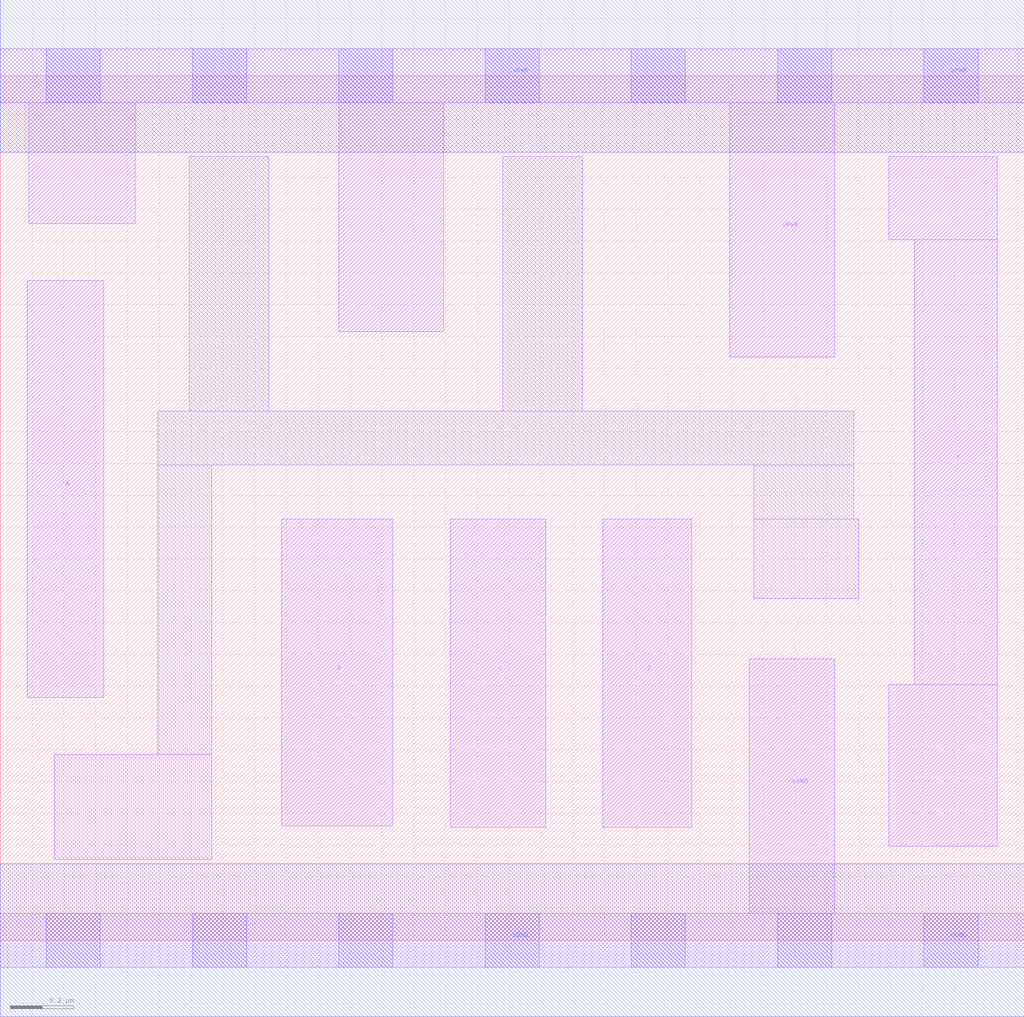
<source format=lef>
# Copyright 2020 The SkyWater PDK Authors
#
# Licensed under the Apache License, Version 2.0 (the "License");
# you may not use this file except in compliance with the License.
# You may obtain a copy of the License at
#
#     https://www.apache.org/licenses/LICENSE-2.0
#
# Unless required by applicable law or agreed to in writing, software
# distributed under the License is distributed on an "AS IS" BASIS,
# WITHOUT WARRANTIES OR CONDITIONS OF ANY KIND, either express or implied.
# See the License for the specific language governing permissions and
# limitations under the License.
#
# SPDX-License-Identifier: Apache-2.0

VERSION 5.7 ;
  NAMESCASESENSITIVE ON ;
  NOWIREEXTENSIONATPIN ON ;
  DIVIDERCHAR "/" ;
  BUSBITCHARS "[]" ;
UNITS
  DATABASE MICRONS 200 ;
END UNITS
MACRO sky130_fd_sc_hd__and4_1
  CLASS CORE ;
  SOURCE USER ;
  FOREIGN sky130_fd_sc_hd__and4_1 ;
  ORIGIN  0.000000  0.000000 ;
  SIZE  3.220000 BY  2.720000 ;
  SYMMETRY X Y R90 ;
  SITE unithd ;
  PIN A
    ANTENNAGATEAREA  0.126000 ;
    DIRECTION INPUT ;
    USE SIGNAL ;
    PORT
      LAYER li1 ;
        RECT 0.085000 0.765000 0.325000 2.075000 ;
    END
  END A
  PIN B
    ANTENNAGATEAREA  0.126000 ;
    DIRECTION INPUT ;
    USE SIGNAL ;
    PORT
      LAYER li1 ;
        RECT 0.885000 0.360000 1.235000 1.325000 ;
    END
  END B
  PIN C
    ANTENNAGATEAREA  0.126000 ;
    DIRECTION INPUT ;
    USE SIGNAL ;
    PORT
      LAYER li1 ;
        RECT 1.415000 0.355000 1.715000 1.325000 ;
    END
  END C
  PIN D
    ANTENNAGATEAREA  0.126000 ;
    DIRECTION INPUT ;
    USE SIGNAL ;
    PORT
      LAYER li1 ;
        RECT 1.895000 0.355000 2.175000 1.325000 ;
    END
  END D
  PIN X
    ANTENNADIFFAREA  0.429000 ;
    DIRECTION OUTPUT ;
    USE SIGNAL ;
    PORT
      LAYER li1 ;
        RECT 2.795000 0.295000 3.135000 0.805000 ;
        RECT 2.795000 2.205000 3.135000 2.465000 ;
        RECT 2.875000 0.805000 3.135000 2.205000 ;
    END
  END X
  PIN VGND
    DIRECTION INOUT ;
    SHAPE ABUTMENT ;
    USE GROUND ;
    PORT
      LAYER li1 ;
        RECT 0.000000 -0.085000 3.220000 0.085000 ;
        RECT 2.355000  0.085000 2.625000 0.885000 ;
      LAYER mcon ;
        RECT 0.145000 -0.085000 0.315000 0.085000 ;
        RECT 0.605000 -0.085000 0.775000 0.085000 ;
        RECT 1.065000 -0.085000 1.235000 0.085000 ;
        RECT 1.525000 -0.085000 1.695000 0.085000 ;
        RECT 1.985000 -0.085000 2.155000 0.085000 ;
        RECT 2.445000 -0.085000 2.615000 0.085000 ;
        RECT 2.905000 -0.085000 3.075000 0.085000 ;
      LAYER met1 ;
        RECT 0.000000 -0.240000 3.220000 0.240000 ;
    END
  END VGND
  PIN VPWR
    DIRECTION INOUT ;
    SHAPE ABUTMENT ;
    USE POWER ;
    PORT
      LAYER li1 ;
        RECT 0.000000 2.635000 3.220000 2.805000 ;
        RECT 0.090000 2.255000 0.425000 2.635000 ;
        RECT 1.065000 1.915000 1.395000 2.635000 ;
        RECT 2.295000 1.835000 2.625000 2.635000 ;
      LAYER mcon ;
        RECT 0.145000 2.635000 0.315000 2.805000 ;
        RECT 0.605000 2.635000 0.775000 2.805000 ;
        RECT 1.065000 2.635000 1.235000 2.805000 ;
        RECT 1.525000 2.635000 1.695000 2.805000 ;
        RECT 1.985000 2.635000 2.155000 2.805000 ;
        RECT 2.445000 2.635000 2.615000 2.805000 ;
        RECT 2.905000 2.635000 3.075000 2.805000 ;
      LAYER met1 ;
        RECT 0.000000 2.480000 3.220000 2.960000 ;
    END
  END VPWR
  OBS
    LAYER li1 ;
      RECT 0.170000 0.255000 0.665000 0.585000 ;
      RECT 0.495000 0.585000 0.665000 1.495000 ;
      RECT 0.495000 1.495000 2.685000 1.665000 ;
      RECT 0.595000 1.665000 0.845000 2.465000 ;
      RECT 1.580000 1.665000 1.830000 2.465000 ;
      RECT 2.370000 1.075000 2.700000 1.325000 ;
      RECT 2.370000 1.325000 2.685000 1.495000 ;
  END
END sky130_fd_sc_hd__and4_1
END LIBRARY

</source>
